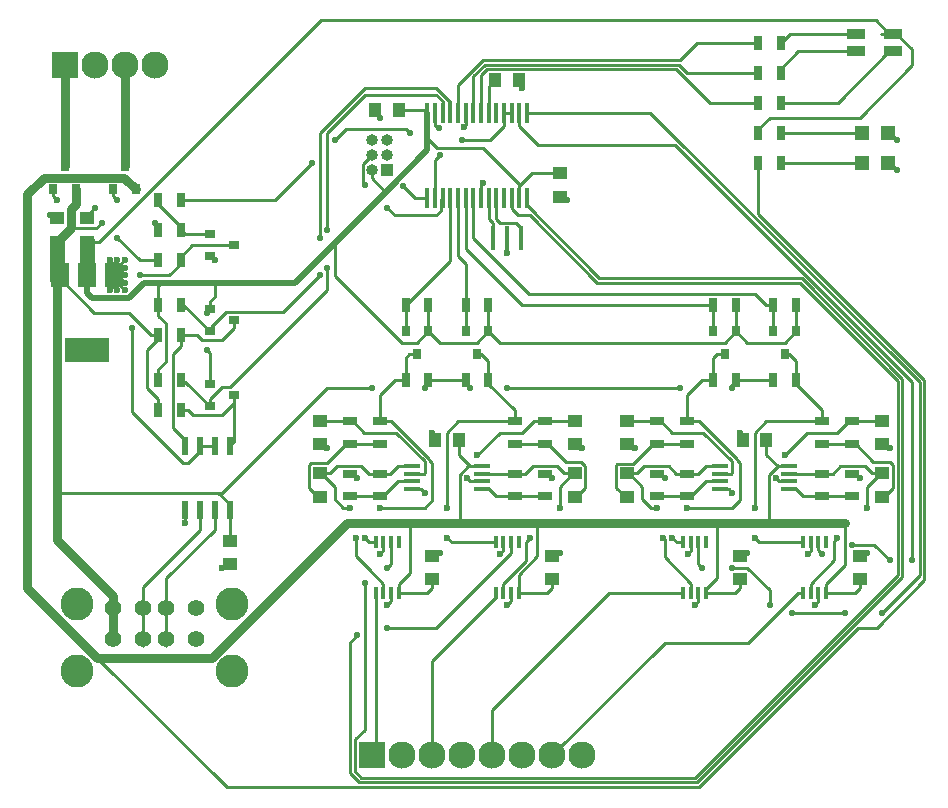
<source format=gtl>
G04 #@! TF.FileFunction,Copper,L1,Top,Signal*
%FSLAX46Y46*%
G04 Gerber Fmt 4.6, Leading zero omitted, Abs format (unit mm)*
G04 Created by KiCad (PCBNEW 4.0.7) date Sat Dec  2 17:24:25 2017*
%MOMM*%
%LPD*%
G01*
G04 APERTURE LIST*
%ADD10C,0.127000*%
%ADD11R,0.700000X1.300000*%
%ADD12R,0.900000X0.800000*%
%ADD13R,1.250000X1.000000*%
%ADD14R,1.000000X1.250000*%
%ADD15R,1.200000X1.200000*%
%ADD16R,0.450000X1.750000*%
%ADD17R,2.300000X2.300000*%
%ADD18C,2.300000*%
%ADD19R,0.800000X0.900000*%
%ADD20R,1.300000X0.700000*%
%ADD21R,1.450000X0.450000*%
%ADD22R,0.400000X1.100000*%
%ADD23R,1.500000X0.900000*%
%ADD24C,1.420000*%
%ADD25C,2.800000*%
%ADD26R,0.600000X1.550000*%
%ADD27R,3.800000X2.000000*%
%ADD28R,1.500000X2.000000*%
%ADD29R,0.400000X2.000000*%
%ADD30R,1.000000X1.000000*%
%ADD31O,1.000000X1.000000*%
%ADD32C,0.596900*%
%ADD33C,0.600000*%
%ADD34C,0.254000*%
%ADD35C,0.762000*%
%ADD36C,0.508000*%
G04 APERTURE END LIST*
D10*
D11*
X61910000Y45085000D03*
X60010000Y45085000D03*
X13020000Y48895000D03*
X14920000Y48895000D03*
X14920000Y51435000D03*
X13020000Y51435000D03*
X13020000Y53975000D03*
X14920000Y53975000D03*
D12*
X17415000Y51115000D03*
X17415000Y49215000D03*
X19415000Y50165000D03*
D13*
X46990000Y56245000D03*
X46990000Y54245000D03*
D14*
X33385000Y61595000D03*
X31385000Y61595000D03*
X38465000Y33655000D03*
X36465000Y33655000D03*
X41545000Y64135000D03*
X43545000Y64135000D03*
D13*
X26670000Y35290000D03*
X26670000Y33290000D03*
X48260000Y35290000D03*
X48260000Y33290000D03*
X26670000Y28845000D03*
X26670000Y30845000D03*
X48260000Y28845000D03*
X48260000Y30845000D03*
D14*
X64500000Y33655000D03*
X62500000Y33655000D03*
D13*
X4445000Y50435000D03*
X4445000Y52435000D03*
X52705000Y35290000D03*
X52705000Y33290000D03*
X74295000Y35290000D03*
X74295000Y33290000D03*
X52705000Y28845000D03*
X52705000Y30845000D03*
X74295000Y28845000D03*
X74295000Y30845000D03*
X36195000Y21860000D03*
X36195000Y23860000D03*
X46355000Y21860000D03*
X46355000Y23860000D03*
X62230000Y21860000D03*
X62230000Y23860000D03*
X72390000Y21860000D03*
X72390000Y23860000D03*
X6985000Y50435000D03*
X6985000Y52435000D03*
X19050000Y25130000D03*
X19050000Y23130000D03*
D15*
X72560000Y59690000D03*
X74760000Y59690000D03*
X72560000Y57150000D03*
X74760000Y57150000D03*
D16*
X35780000Y54185000D03*
X36430000Y54185000D03*
X37080000Y54185000D03*
X37730000Y54185000D03*
X38380000Y54185000D03*
X39030000Y54185000D03*
X39680000Y54185000D03*
X40330000Y54185000D03*
X40980000Y54185000D03*
X41630000Y54185000D03*
X42280000Y54185000D03*
X42930000Y54185000D03*
X43580000Y54185000D03*
X44230000Y54185000D03*
X44230000Y61385000D03*
X43580000Y61385000D03*
X42930000Y61385000D03*
X42280000Y61385000D03*
X41630000Y61385000D03*
X40980000Y61385000D03*
X40330000Y61385000D03*
X39680000Y61385000D03*
X39030000Y61385000D03*
X38380000Y61385000D03*
X37730000Y61385000D03*
X37080000Y61385000D03*
X36430000Y61385000D03*
X35780000Y61385000D03*
D17*
X31115000Y6985000D03*
D18*
X33655000Y6985000D03*
X36195000Y6985000D03*
X38735000Y6985000D03*
X41275000Y6985000D03*
X43815000Y6985000D03*
X46355000Y6985000D03*
X48895000Y6985000D03*
D17*
X5080000Y65405000D03*
D18*
X7620000Y65405000D03*
X10160000Y65405000D03*
X12700000Y65405000D03*
D19*
X4130000Y54880000D03*
X6030000Y54880000D03*
X5080000Y56880000D03*
X9210000Y54880000D03*
X11110000Y54880000D03*
X10160000Y56880000D03*
X35875000Y42910000D03*
X33975000Y42910000D03*
X34925000Y40910000D03*
X61910000Y42910000D03*
X60010000Y42910000D03*
X60960000Y40910000D03*
X40955000Y42910000D03*
X39055000Y42910000D03*
X40005000Y40910000D03*
X66990000Y42910000D03*
X65090000Y42910000D03*
X66040000Y40910000D03*
D12*
X17415000Y44765000D03*
X17415000Y42865000D03*
X19415000Y43815000D03*
X17415000Y38415000D03*
X17415000Y36515000D03*
X19415000Y37465000D03*
D20*
X31750000Y28895000D03*
X31750000Y30795000D03*
X29210000Y28895000D03*
X29210000Y30795000D03*
X43180000Y28895000D03*
X43180000Y30795000D03*
X45720000Y28895000D03*
X45720000Y30795000D03*
X31750000Y35240000D03*
X31750000Y33340000D03*
X29210000Y33340000D03*
X29210000Y35240000D03*
X43180000Y35240000D03*
X43180000Y33340000D03*
X45720000Y33340000D03*
X45720000Y35240000D03*
X57785000Y28895000D03*
X57785000Y30795000D03*
X55245000Y28895000D03*
X55245000Y30795000D03*
X69215000Y28895000D03*
X69215000Y30795000D03*
X71755000Y28895000D03*
X71755000Y30795000D03*
X57785000Y35240000D03*
X57785000Y33340000D03*
X55245000Y33340000D03*
X55245000Y35240000D03*
X69215000Y35240000D03*
X69215000Y33340000D03*
X71755000Y33340000D03*
X71755000Y35240000D03*
D11*
X65720000Y64770000D03*
X63820000Y64770000D03*
X65720000Y62230000D03*
X63820000Y62230000D03*
X65720000Y67310000D03*
X63820000Y67310000D03*
X63820000Y59690000D03*
X65720000Y59690000D03*
X63820000Y57150000D03*
X65720000Y57150000D03*
X35875000Y45085000D03*
X33975000Y45085000D03*
X35875000Y38735000D03*
X33975000Y38735000D03*
X61910000Y38735000D03*
X60010000Y38735000D03*
X40955000Y45085000D03*
X39055000Y45085000D03*
X66990000Y45085000D03*
X65090000Y45085000D03*
X13020000Y45085000D03*
X14920000Y45085000D03*
X13020000Y38735000D03*
X14920000Y38735000D03*
X39055000Y38735000D03*
X40955000Y38735000D03*
X65090000Y38735000D03*
X66990000Y38735000D03*
X13020000Y42545000D03*
X14920000Y42545000D03*
X13020000Y36195000D03*
X14920000Y36195000D03*
D21*
X34515000Y31455000D03*
X34515000Y30805000D03*
X34515000Y30155000D03*
X34515000Y29505000D03*
X40415000Y29505000D03*
X40415000Y30155000D03*
X40415000Y30805000D03*
X40415000Y31455000D03*
X60550000Y31455000D03*
X60550000Y30805000D03*
X60550000Y30155000D03*
X60550000Y29505000D03*
X66450000Y29505000D03*
X66450000Y30155000D03*
X66450000Y30805000D03*
X66450000Y31455000D03*
D22*
X31410000Y20710000D03*
X32060000Y20710000D03*
X32710000Y20710000D03*
X33360000Y20710000D03*
X33360000Y25010000D03*
X32710000Y25010000D03*
X32060000Y25010000D03*
X31410000Y25010000D03*
X57445000Y20710000D03*
X58095000Y20710000D03*
X58745000Y20710000D03*
X59395000Y20710000D03*
X59395000Y25010000D03*
X58745000Y25010000D03*
X58095000Y25010000D03*
X57445000Y25010000D03*
X41570000Y20710000D03*
X42220000Y20710000D03*
X42870000Y20710000D03*
X43520000Y20710000D03*
X43520000Y25010000D03*
X42870000Y25010000D03*
X42220000Y25010000D03*
X41570000Y25010000D03*
X67605000Y20710000D03*
X68255000Y20710000D03*
X68905000Y20710000D03*
X69555000Y20710000D03*
X69555000Y25010000D03*
X68905000Y25010000D03*
X68255000Y25010000D03*
X67605000Y25010000D03*
D23*
X75210000Y66560000D03*
X75210000Y68060000D03*
X72110000Y68060000D03*
X72110000Y66560000D03*
D24*
X9200000Y19440005D03*
X11700000Y19440005D03*
X13700000Y19440005D03*
X16200000Y19440005D03*
X9200000Y16820005D03*
X11700000Y16820005D03*
X13700000Y16820005D03*
X16200000Y16820005D03*
D25*
X19270000Y14110005D03*
X19270000Y19790005D03*
X6130000Y19790005D03*
X6130000Y14110005D03*
D26*
X19050000Y33180000D03*
X17780000Y33180000D03*
X16510000Y33180000D03*
X15240000Y33180000D03*
X15240000Y27780000D03*
X16510000Y27780000D03*
X17780000Y27780000D03*
X19050000Y27780000D03*
D27*
X6985000Y41300000D03*
D28*
X6985000Y47600000D03*
X4685000Y47600000D03*
X9285000Y47600000D03*
D29*
X42545000Y50800000D03*
X41345000Y50800000D03*
X43745000Y50800000D03*
D30*
X32385000Y56515000D03*
D31*
X31115000Y56515000D03*
X32385000Y57785000D03*
X31115000Y57785000D03*
X32385000Y59055000D03*
X31115000Y59055000D03*
D32*
X9525000Y50800000D03*
X8255000Y52070000D03*
X31115000Y38100000D03*
X35560000Y38100000D03*
X61595000Y38100000D03*
X57150000Y38100000D03*
X42545000Y38100000D03*
X39370000Y38100000D03*
X7620000Y53340000D03*
X3810000Y52705000D03*
X31750000Y60960000D03*
X75565000Y56515000D03*
X75565000Y59055000D03*
X55880000Y30480000D03*
X36794623Y60063209D03*
X9525000Y53975000D03*
X12700000Y52070000D03*
D33*
X38865106Y60139849D03*
X43815000Y63500000D03*
X47625000Y53975000D03*
X74930000Y33020000D03*
X72390000Y30480000D03*
X61595000Y29210000D03*
X35560000Y29210000D03*
X62230000Y34290000D03*
X53340000Y33020000D03*
X27305000Y33020000D03*
X29845000Y30480000D03*
X46355000Y30480000D03*
X48895000Y33020000D03*
X36195000Y34290000D03*
X32385000Y19685000D03*
X57821685Y24043527D03*
X58420000Y19685000D03*
X67981685Y24043527D03*
X68580000Y19685000D03*
X73025000Y24130000D03*
X62865000Y24130000D03*
X36830000Y24130000D03*
X46990000Y24130000D03*
X31786685Y24043527D03*
X41946685Y24043527D03*
X42545000Y19685000D03*
X10160000Y48260000D03*
X10160000Y47625000D03*
X10160000Y46990000D03*
X10160000Y46355000D03*
X9525000Y46355000D03*
X8890000Y46355000D03*
X8890000Y48895000D03*
X10160000Y48895000D03*
X9525000Y48895000D03*
X40516162Y55444218D03*
X42545000Y49530000D03*
X17780000Y48895000D03*
X4445000Y53975000D03*
X18415000Y22860000D03*
X15240000Y26670000D03*
D32*
X33749166Y55150834D03*
X36830000Y57785000D03*
X32385000Y53340000D03*
X30480000Y55245000D03*
X17145000Y44450000D03*
X17145000Y41275000D03*
X26035000Y57150000D03*
X27940000Y59055000D03*
X34290000Y59690000D03*
X38735000Y59055000D03*
X26670000Y47625000D03*
X26670000Y50800000D03*
X27305000Y48260000D03*
X27305000Y51435000D03*
X11430000Y47625000D03*
X10795000Y43180000D03*
D33*
X39133026Y30457974D03*
X40005000Y32385000D03*
X29210000Y27940000D03*
X29727597Y25400000D03*
X46990000Y27940000D03*
X44450000Y25400000D03*
X66040000Y32385000D03*
X65293192Y30445060D03*
X55245000Y27940000D03*
X55762597Y25400000D03*
X73025000Y27940000D03*
X70485000Y25400000D03*
D32*
X30480000Y21590000D03*
X32385000Y22860000D03*
X29845000Y17145000D03*
X32385000Y17780000D03*
X59055000Y22860000D03*
X61595000Y22860000D03*
X64770000Y19685000D03*
X66675000Y19050000D03*
X71120000Y19050000D03*
X74295000Y19050000D03*
X76835000Y23495000D03*
X69178920Y24044953D03*
X71753872Y24810715D03*
X74930000Y23495000D03*
D33*
X31750000Y27940000D03*
X30480000Y25400000D03*
X57785000Y27940000D03*
X56515000Y25400000D03*
X37465000Y27940000D03*
X37465000Y25400000D03*
X63500000Y27940000D03*
X63500000Y25400000D03*
D34*
X10511000Y44450000D02*
X12416000Y42545000D01*
X31115000Y38100000D02*
X27305000Y38100000D01*
X18415000Y29210000D02*
X27305000Y38100000D01*
X18095000Y29210000D02*
X18415000Y29210000D01*
D35*
X4445000Y29210000D02*
X4445000Y47360000D01*
X4445000Y25199096D02*
X4445000Y29210000D01*
D34*
X4445000Y29210000D02*
X18095000Y29210000D01*
X18095000Y29210000D02*
X19050000Y28255000D01*
X19050000Y28255000D02*
X19050000Y27780000D01*
D35*
X9200000Y19440005D02*
X9200000Y20444096D01*
X9200000Y20444096D02*
X4445000Y25199096D01*
X4445000Y47360000D02*
X4685000Y47600000D01*
X9200000Y16820005D02*
X9200000Y19440005D01*
D34*
X9525000Y50800000D02*
X11430000Y48895000D01*
X11430000Y48895000D02*
X13020000Y48895000D01*
X5603401Y51593401D02*
X7778401Y51593401D01*
X7778401Y51593401D02*
X8255000Y52070000D01*
X35875000Y38735000D02*
X35875000Y38415000D01*
X35875000Y38415000D02*
X35560000Y38100000D01*
X61595000Y38100000D02*
X61595000Y38420000D01*
X61595000Y38420000D02*
X61910000Y38735000D01*
X42545000Y38100000D02*
X57150000Y38100000D01*
X39055000Y38735000D02*
X39055000Y38415000D01*
X39055000Y38415000D02*
X39370000Y38100000D01*
X35875000Y38735000D02*
X39055000Y38735000D01*
X61910000Y38735000D02*
X65090000Y38735000D01*
X7585000Y44450000D02*
X10511000Y44450000D01*
X4685000Y47350000D02*
X7585000Y44450000D01*
X12065000Y41290000D02*
X12065000Y38054000D01*
X12065000Y38054000D02*
X13020000Y37099000D01*
X13020000Y37099000D02*
X13020000Y36195000D01*
X13020000Y42545000D02*
X13020000Y42245000D01*
X13020000Y42245000D02*
X12065000Y41290000D01*
X4685000Y47600000D02*
X4685000Y47350000D01*
X12416000Y42545000D02*
X13020000Y42545000D01*
D35*
X6030000Y54880000D02*
X6030000Y53668000D01*
X5603401Y53241401D02*
X5603401Y51593401D01*
X6030000Y53668000D02*
X5603401Y53241401D01*
X5603401Y51593401D02*
X4445000Y50435000D01*
D34*
X19050000Y25130000D02*
X19050000Y27780000D01*
X6985000Y52435000D02*
X6985000Y52705000D01*
X6985000Y52705000D02*
X7620000Y53340000D01*
X4445000Y52435000D02*
X4080000Y52435000D01*
X4080000Y52435000D02*
X3810000Y52705000D01*
X31385000Y61595000D02*
X31385000Y61325000D01*
X31385000Y61325000D02*
X31750000Y60960000D01*
X74760000Y57150000D02*
X74930000Y57150000D01*
X74930000Y57150000D02*
X75565000Y56515000D01*
X74760000Y59690000D02*
X74930000Y59690000D01*
X74930000Y59690000D02*
X75565000Y59055000D01*
X55565000Y30795000D02*
X55880000Y30480000D01*
X55245000Y30795000D02*
X55565000Y30795000D01*
X36430000Y60256000D02*
X36601832Y60256000D01*
X36601832Y60256000D02*
X36794623Y60063209D01*
X9210000Y54880000D02*
X9210000Y54290000D01*
X9210000Y54290000D02*
X9525000Y53975000D01*
X13020000Y51435000D02*
X13020000Y51750000D01*
X13020000Y51750000D02*
X12700000Y52070000D01*
X36430000Y61385000D02*
X36430000Y60256000D01*
X39030000Y61385000D02*
X39030000Y60304743D01*
X39030000Y60304743D02*
X38865106Y60139849D01*
X43545000Y64135000D02*
X43545000Y63770000D01*
X43545000Y63770000D02*
X43815000Y63500000D01*
X46990000Y54245000D02*
X47355000Y54245000D01*
X47355000Y54245000D02*
X47625000Y53975000D01*
X74295000Y33290000D02*
X74660000Y33290000D01*
X74660000Y33290000D02*
X74930000Y33020000D01*
X71755000Y30795000D02*
X72075000Y30795000D01*
X72075000Y30795000D02*
X72390000Y30480000D01*
X60550000Y29505000D02*
X61300000Y29505000D01*
X61300000Y29505000D02*
X61595000Y29210000D01*
X34515000Y29505000D02*
X35265000Y29505000D01*
X35265000Y29505000D02*
X35560000Y29210000D01*
X62500000Y33655000D02*
X62500000Y34020000D01*
X62500000Y34020000D02*
X62230000Y34290000D01*
X52705000Y33290000D02*
X53070000Y33290000D01*
X53070000Y33290000D02*
X53340000Y33020000D01*
X27035000Y33290000D02*
X27305000Y33020000D01*
X26670000Y33290000D02*
X27035000Y33290000D01*
X29210000Y30795000D02*
X29530000Y30795000D01*
X29530000Y30795000D02*
X29845000Y30480000D01*
X45720000Y30795000D02*
X46040000Y30795000D01*
X46040000Y30795000D02*
X46355000Y30480000D01*
X48260000Y33290000D02*
X48625000Y33290000D01*
X48625000Y33290000D02*
X48895000Y33020000D01*
X36465000Y33655000D02*
X36465000Y34020000D01*
X36465000Y34020000D02*
X36195000Y34290000D01*
X32710000Y20710000D02*
X32710000Y20010000D01*
X32710000Y20010000D02*
X32385000Y19685000D01*
X58095000Y25010000D02*
X58095000Y24316842D01*
X58095000Y24316842D02*
X57821685Y24043527D01*
X58745000Y20710000D02*
X58745000Y20010000D01*
X58745000Y20010000D02*
X58420000Y19685000D01*
X68255000Y25010000D02*
X68255000Y24316842D01*
X68255000Y24316842D02*
X67981685Y24043527D01*
X68905000Y20710000D02*
X68905000Y20010000D01*
X68905000Y20010000D02*
X68580000Y19685000D01*
X72390000Y23860000D02*
X72755000Y23860000D01*
X72755000Y23860000D02*
X73025000Y24130000D01*
X62230000Y23860000D02*
X62595000Y23860000D01*
X62595000Y23860000D02*
X62865000Y24130000D01*
X36195000Y23860000D02*
X36560000Y23860000D01*
X36560000Y23860000D02*
X36830000Y24130000D01*
X46355000Y23860000D02*
X46720000Y23860000D01*
X46720000Y23860000D02*
X46990000Y24130000D01*
X32060000Y24326679D02*
X32060000Y24316842D01*
X32060000Y24316842D02*
X31786685Y24043527D01*
X42220000Y24326679D02*
X42220000Y24316842D01*
X42220000Y24316842D02*
X41946685Y24043527D01*
X42220000Y25010000D02*
X42220000Y24326679D01*
X42870000Y20710000D02*
X42870000Y20010000D01*
X42870000Y20010000D02*
X42545000Y19685000D01*
X32060000Y25010000D02*
X32060000Y24326679D01*
X9285000Y47600000D02*
X9500000Y47600000D01*
X9500000Y47600000D02*
X10160000Y48260000D01*
X9285000Y47600000D02*
X10135000Y47600000D01*
X10135000Y47600000D02*
X10160000Y47625000D01*
X9285000Y47600000D02*
X9550000Y47600000D01*
X9550000Y47600000D02*
X10160000Y46990000D01*
X9285000Y47600000D02*
X9285000Y47230000D01*
X9285000Y47230000D02*
X10160000Y46355000D01*
X9285000Y47600000D02*
X9285000Y46595000D01*
X9285000Y46595000D02*
X9525000Y46355000D01*
X9285000Y47600000D02*
X9285000Y46750000D01*
X9285000Y46750000D02*
X8890000Y46355000D01*
X9285000Y47600000D02*
X9285000Y48500000D01*
X9285000Y48500000D02*
X8890000Y48895000D01*
X9285000Y47600000D02*
X9285000Y48020000D01*
X9285000Y48020000D02*
X10160000Y48895000D01*
X9285000Y47600000D02*
X9285000Y48655000D01*
X9285000Y48655000D02*
X9525000Y48895000D01*
X40330000Y54185000D02*
X40330000Y55258056D01*
X40330000Y55258056D02*
X40516162Y55444218D01*
X42545000Y50800000D02*
X42545000Y49530000D01*
X13020000Y51435000D02*
X13020000Y51120000D01*
X17460000Y49215000D02*
X17780000Y48895000D01*
X17415000Y49215000D02*
X17460000Y49215000D01*
X4130000Y54880000D02*
X4130000Y54290000D01*
X4130000Y54290000D02*
X4445000Y53975000D01*
X19050000Y23130000D02*
X18685000Y23130000D01*
X18685000Y23130000D02*
X18415000Y22860000D01*
X15240000Y27780000D02*
X15240000Y26670000D01*
X26960000Y33290000D02*
X26670000Y33290000D01*
X75210000Y66560000D02*
X74910000Y66560000D01*
X74910000Y66560000D02*
X70580000Y62230000D01*
X70580000Y62230000D02*
X66324000Y62230000D01*
X66324000Y62230000D02*
X65720000Y62230000D01*
X72110000Y68060000D02*
X66470000Y68060000D01*
X66470000Y68060000D02*
X65720000Y67310000D01*
X72110000Y66560000D02*
X67210000Y66560000D01*
X67210000Y66560000D02*
X65720000Y65070000D01*
X65720000Y65070000D02*
X65720000Y64770000D01*
X33749166Y55150834D02*
X34715000Y54185000D01*
X34715000Y54185000D02*
X35780000Y54185000D01*
X14920000Y36195000D02*
X15524000Y36195000D01*
X15524000Y36195000D02*
X15934201Y35784799D01*
X15934201Y35784799D02*
X18388799Y35784799D01*
X18388799Y35784799D02*
X19415000Y36811000D01*
X19415000Y36811000D02*
X19415000Y37465000D01*
X19415000Y37465000D02*
X19415000Y33545000D01*
X19415000Y33545000D02*
X19050000Y33180000D01*
X14920000Y42545000D02*
X16290638Y42545000D01*
X19415000Y43161000D02*
X19415000Y43815000D01*
X16290638Y42545000D02*
X16700839Y42134799D01*
X16700839Y42134799D02*
X18388799Y42134799D01*
X18388799Y42134799D02*
X19415000Y43161000D01*
X15240000Y33180000D02*
X15240000Y33655000D01*
X15240000Y33655000D02*
X14239799Y34655201D01*
X14239799Y40960799D02*
X14920000Y41641000D01*
X14239799Y34655201D02*
X14239799Y40960799D01*
X14920000Y41641000D02*
X14920000Y42545000D01*
X36430000Y55314000D02*
X36430000Y57385000D01*
X36430000Y57385000D02*
X36830000Y57785000D01*
X36430000Y54185000D02*
X36430000Y55314000D01*
X36934401Y53086479D02*
X36934401Y54039401D01*
X36934401Y54039401D02*
X37080000Y54185000D01*
X33020000Y52705000D02*
X36552922Y52705000D01*
X36552922Y52705000D02*
X36934401Y53086479D01*
X32385000Y53340000D02*
X33020000Y52705000D01*
X31115000Y57785000D02*
X30335599Y57005599D01*
X30335599Y57005599D02*
X30335599Y55389401D01*
X30335599Y55389401D02*
X30480000Y55245000D01*
D35*
X5080000Y65405000D02*
X5080000Y56880000D01*
D36*
X27940000Y50338478D02*
X32385000Y54783478D01*
X32385000Y54783478D02*
X35780000Y58178478D01*
D34*
X31115000Y56515000D02*
X31115000Y55807894D01*
X31115000Y55807894D02*
X32139416Y54783478D01*
X32139416Y54783478D02*
X32385000Y54783478D01*
D36*
X24591522Y46990000D02*
X27940000Y50338478D01*
D34*
X35875000Y42860000D02*
X34925000Y41910000D01*
X34925000Y41910000D02*
X33622078Y41910000D01*
X33622078Y41910000D02*
X27940000Y47592078D01*
X27940000Y47592078D02*
X27940000Y50338478D01*
X6985000Y50435000D02*
X8017922Y50435000D01*
X26797922Y69215000D02*
X73755000Y69215000D01*
X8017922Y50435000D02*
X26797922Y69215000D01*
X73755000Y69215000D02*
X74910000Y68060000D01*
X74910000Y68060000D02*
X75210000Y68060000D01*
D36*
X11840474Y46990000D02*
X13335000Y46990000D01*
X13335000Y46990000D02*
X17780000Y46990000D01*
D34*
X13020000Y45085000D02*
X13020000Y46675000D01*
X13020000Y46675000D02*
X13335000Y46990000D01*
X17415000Y45419000D02*
X17780000Y45784000D01*
D36*
X17780000Y46990000D02*
X24591522Y46990000D01*
D34*
X17780000Y45784000D02*
X17780000Y46990000D01*
X17415000Y44765000D02*
X17415000Y45419000D01*
X17145000Y44450000D02*
X17145000Y44495000D01*
X17145000Y44495000D02*
X17415000Y44765000D01*
X17415000Y38415000D02*
X17415000Y41005000D01*
X17415000Y41005000D02*
X17145000Y41275000D01*
X13020000Y38735000D02*
X13020000Y39639000D01*
X13020000Y39639000D02*
X13649401Y40268401D01*
X13649401Y40268401D02*
X13649401Y43551599D01*
X13020000Y44181000D02*
X13020000Y45085000D01*
X13649401Y43551599D02*
X13020000Y44181000D01*
X33385000Y61595000D02*
X35570000Y61595000D01*
X35570000Y61595000D02*
X35780000Y61385000D01*
D36*
X6985000Y47600000D02*
X6985000Y46092000D01*
X6985000Y46092000D02*
X7428401Y45648599D01*
X7428401Y45648599D02*
X10499073Y45648599D01*
X10499073Y45648599D02*
X11840474Y46990000D01*
X35780000Y58178478D02*
X35780000Y59275000D01*
D34*
X36635000Y58420000D02*
X40474000Y58420000D01*
X40474000Y58420000D02*
X43580000Y55314000D01*
X43580000Y55314000D02*
X43580000Y54185000D01*
X35780000Y59275000D02*
X36635000Y58420000D01*
X43580000Y54185000D02*
X43580000Y55137922D01*
X43580000Y55137922D02*
X44687078Y56245000D01*
X46111000Y56245000D02*
X46990000Y56245000D01*
X44687078Y56245000D02*
X46111000Y56245000D01*
X61910000Y42910000D02*
X61910000Y42865000D01*
X61910000Y42865000D02*
X62865000Y41910000D01*
X62865000Y41910000D02*
X66040000Y41910000D01*
X66040000Y41910000D02*
X66990000Y42860000D01*
X66990000Y42860000D02*
X66990000Y42910000D01*
X40955000Y42860000D02*
X40005000Y41910000D01*
X40005000Y41910000D02*
X36825000Y41910000D01*
X36825000Y41910000D02*
X35875000Y42860000D01*
X35875000Y42860000D02*
X35875000Y42910000D01*
X61910000Y42910000D02*
X61910000Y42860000D01*
X61910000Y42860000D02*
X60960000Y41910000D01*
X60960000Y41910000D02*
X41905000Y41910000D01*
X41905000Y41910000D02*
X40955000Y42860000D01*
X40955000Y42860000D02*
X40955000Y42910000D01*
X66990000Y42910000D02*
X66990000Y45085000D01*
X61910000Y42910000D02*
X61910000Y45085000D01*
X40955000Y42910000D02*
X40955000Y45085000D01*
X35875000Y42910000D02*
X35875000Y45085000D01*
D36*
X35780000Y59275000D02*
X35780000Y61385000D01*
D34*
X76835000Y65405000D02*
X76835000Y66735000D01*
X76835000Y66735000D02*
X75510000Y68060000D01*
X75510000Y68060000D02*
X75210000Y68060000D01*
X72390000Y60960000D02*
X76835000Y65405000D01*
X64790000Y60960000D02*
X72390000Y60960000D01*
X63820000Y59690000D02*
X63820000Y59990000D01*
X63820000Y59990000D02*
X64790000Y60960000D01*
X6985000Y50435000D02*
X6860000Y50435000D01*
X74206000Y68060000D02*
X75210000Y68060000D01*
D36*
X35780000Y61385000D02*
X35780000Y60002000D01*
X6985000Y47600000D02*
X6985000Y46990000D01*
D34*
X17415000Y38415000D02*
X17415000Y38465000D01*
X65720000Y59690000D02*
X72610980Y59690000D01*
X40484799Y65852221D02*
X57150000Y65852221D01*
X63820000Y67310000D02*
X58607779Y67310000D01*
X58607779Y67310000D02*
X57150000Y65852221D01*
X38380000Y63747422D02*
X40484799Y65852221D01*
X38380000Y61385000D02*
X38380000Y63747422D01*
X40653139Y65445811D02*
X57109189Y65445811D01*
X57109189Y65445811D02*
X57785000Y64770000D01*
X39680000Y64472672D02*
X40653139Y65445811D01*
X39680000Y61385000D02*
X39680000Y64472672D01*
X57785000Y64770000D02*
X63820000Y64770000D01*
X57150000Y64770000D02*
X59690000Y62230000D01*
X40330000Y64547922D02*
X40821479Y65039401D01*
X40821479Y65039401D02*
X56880599Y65039401D01*
X56880599Y65039401D02*
X57150000Y64770000D01*
X59690000Y62230000D02*
X63820000Y62230000D01*
X40330000Y61385000D02*
X40330000Y64547922D01*
X26035000Y57150000D02*
X22860000Y53975000D01*
X28873449Y59988449D02*
X27940000Y59055000D01*
X34290000Y59690000D02*
X33991551Y59988449D01*
X33991551Y59988449D02*
X28873449Y59988449D01*
X42280000Y61385000D02*
X42280000Y60256000D01*
X42280000Y60256000D02*
X41079000Y59055000D01*
X41079000Y59055000D02*
X38735000Y59055000D01*
X22860000Y53975000D02*
X14920000Y53975000D01*
X42280000Y61385000D02*
X42930000Y61385000D01*
X17415000Y42865000D02*
X17465000Y42865000D01*
X17465000Y42865000D02*
X17465000Y43217922D01*
X17465000Y43217922D02*
X18741479Y44494401D01*
X18741479Y44494401D02*
X23539401Y44494401D01*
X23539401Y44494401D02*
X26670000Y47625000D01*
X36492672Y63500000D02*
X30540250Y63500000D01*
X30540250Y63500000D02*
X26670000Y59629750D01*
X26670000Y59629750D02*
X26670000Y50800000D01*
X37730000Y62337922D02*
X37654750Y62337922D01*
X37654750Y62337922D02*
X36492672Y63500000D01*
X37730000Y61385000D02*
X37730000Y62337922D01*
X17415000Y42865000D02*
X17365000Y42865000D01*
X17365000Y42865000D02*
X15145000Y45085000D01*
X15145000Y45085000D02*
X14920000Y45085000D01*
X27305000Y48260000D02*
X27305000Y46355000D01*
X27305000Y46355000D02*
X19094401Y38144401D01*
X18390401Y38144401D02*
X17415000Y37169000D01*
X19094401Y38144401D02*
X18390401Y38144401D01*
X17415000Y37169000D02*
X17415000Y36515000D01*
X27305000Y59690000D02*
X27305000Y51435000D01*
X30480000Y62865000D02*
X27305000Y59690000D01*
X36552922Y62865000D02*
X30480000Y62865000D01*
X37080000Y62337922D02*
X36552922Y62865000D01*
X37080000Y61385000D02*
X37080000Y62337922D01*
X17415000Y36515000D02*
X17365000Y36515000D01*
X17365000Y36515000D02*
X15272000Y38608000D01*
X15272000Y38608000D02*
X14920000Y38608000D01*
X11700000Y18805005D02*
X11700000Y21225000D01*
X16510000Y26035000D02*
X16510000Y27780000D01*
X11700000Y21225000D02*
X16510000Y26035000D01*
X11700000Y16185005D02*
X11700000Y18805005D01*
X13700000Y18805005D02*
X13700000Y21955000D01*
X17780000Y26035000D02*
X17780000Y27780000D01*
X13700000Y21955000D02*
X17780000Y26035000D01*
X13700000Y18805005D02*
X13700000Y16185005D01*
X11430000Y47625000D02*
X13950000Y47625000D01*
X13950000Y47625000D02*
X14920000Y48595000D01*
X14920000Y48595000D02*
X14920000Y48895000D01*
X15555000Y31750000D02*
X15092078Y31750000D01*
X15092078Y31750000D02*
X10795000Y36047078D01*
X10795000Y36047078D02*
X10795000Y43180000D01*
X16510000Y33180000D02*
X16510000Y32705000D01*
X16510000Y32705000D02*
X15555000Y31750000D01*
X15890000Y50165000D02*
X18711000Y50165000D01*
X14920000Y48895000D02*
X14920000Y49195000D01*
X14920000Y49195000D02*
X15890000Y50165000D01*
X18711000Y50165000D02*
X19415000Y50165000D01*
X17780000Y33180000D02*
X16510000Y33180000D01*
X63820000Y57150000D02*
X63820000Y52778998D01*
X63820000Y52778998D02*
X77876410Y38722588D01*
X77876410Y38722588D02*
X77876410Y21776190D01*
X77876410Y21776190D02*
X73880220Y17780000D01*
X73880220Y17780000D02*
X72269500Y17780000D01*
X58756682Y4267182D02*
X18791389Y4267182D01*
X18791389Y4267182D02*
X7818571Y15240000D01*
X72269500Y17780000D02*
X58756682Y4267182D01*
D35*
X29210000Y26670000D02*
X34290000Y26670000D01*
X7818571Y15240000D02*
X17538561Y15240000D01*
X11110000Y54880000D02*
X10110000Y55880000D01*
X17538561Y15240000D02*
X28968561Y26670000D01*
X10110000Y55880000D02*
X3319878Y55880000D01*
X3319878Y55880000D02*
X1905000Y54465122D01*
X1905000Y54465122D02*
X1905000Y21153571D01*
X1905000Y21153571D02*
X7818571Y15240000D01*
X28968561Y26670000D02*
X29210000Y26670000D01*
D34*
X38553625Y30736087D02*
X38553625Y26851375D01*
X38553625Y26851375D02*
X38735000Y26670000D01*
D35*
X45085000Y26670000D02*
X38735000Y26670000D01*
X38735000Y26670000D02*
X34290000Y26670000D01*
X64770000Y26670000D02*
X71120000Y26670000D01*
D34*
X69555000Y20710000D02*
X69555000Y21514000D01*
X69555000Y21514000D02*
X71120000Y23079000D01*
X71120000Y23079000D02*
X71120000Y26670000D01*
X60325000Y21990000D02*
X60325000Y26670000D01*
X66450000Y31455000D02*
X65471000Y31455000D01*
X65471000Y31455000D02*
X64500000Y32426000D01*
X64500000Y32426000D02*
X64500000Y32776000D01*
X64500000Y32776000D02*
X64500000Y33655000D01*
X66450000Y31455000D02*
X65445618Y31455000D01*
X65445618Y31455000D02*
X64713791Y30723173D01*
X64713791Y30723173D02*
X64713791Y26726209D01*
X64713791Y26726209D02*
X64770000Y26670000D01*
X63820000Y56850000D02*
X63820000Y57150000D01*
D35*
X45085000Y26670000D02*
X60325000Y26670000D01*
D34*
X43520000Y20710000D02*
X43520000Y22239250D01*
X43520000Y22239250D02*
X45085000Y23804250D01*
X45085000Y23804250D02*
X45085000Y26670000D01*
X40415000Y31455000D02*
X39272538Y31455000D01*
X39272538Y31455000D02*
X38553625Y30736087D01*
X38465000Y33655000D02*
X38465000Y32426000D01*
X38465000Y32426000D02*
X39436000Y31455000D01*
X39436000Y31455000D02*
X40415000Y31455000D01*
X69555000Y20710000D02*
X71994000Y20710000D01*
X71994000Y20710000D02*
X72390000Y21106000D01*
X72390000Y21106000D02*
X72390000Y21860000D01*
X59395000Y20710000D02*
X61834000Y20710000D01*
X61834000Y20710000D02*
X62230000Y21106000D01*
X62230000Y21106000D02*
X62230000Y21860000D01*
X59395000Y20710000D02*
X59395000Y21060000D01*
D35*
X60325000Y26670000D02*
X64770000Y26670000D01*
D34*
X59395000Y21060000D02*
X60325000Y21990000D01*
X43520000Y20710000D02*
X45959000Y20710000D01*
X45959000Y20710000D02*
X46355000Y21106000D01*
X46355000Y21106000D02*
X46355000Y21860000D01*
X33360000Y20710000D02*
X33360000Y21514000D01*
X33360000Y21514000D02*
X34290000Y22444000D01*
X34290000Y22444000D02*
X34290000Y26670000D01*
X33360000Y20710000D02*
X35799000Y20710000D01*
X35799000Y20710000D02*
X36195000Y21106000D01*
X36195000Y21106000D02*
X36195000Y21860000D01*
X40980000Y61385000D02*
X40980000Y63570000D01*
X40980000Y63570000D02*
X41545000Y64135000D01*
X35560000Y31862922D02*
X35560000Y30871000D01*
X35560000Y30871000D02*
X35494000Y30805000D01*
X35494000Y30805000D02*
X34515000Y30805000D01*
X30460000Y34290000D02*
X33132922Y34290000D01*
X33132922Y34290000D02*
X35560000Y31862922D01*
X29210000Y35240000D02*
X29510000Y35240000D01*
X29510000Y35240000D02*
X30460000Y34290000D01*
X29210000Y35240000D02*
X26720000Y35240000D01*
X26720000Y35240000D02*
X26670000Y35290000D01*
X43815000Y34290000D02*
X41910000Y34290000D01*
X41910000Y34290000D02*
X40005000Y32385000D01*
X44135599Y34610599D02*
X43815000Y34290000D01*
X44186599Y34610599D02*
X44135599Y34610599D01*
X45720000Y35240000D02*
X48210000Y35240000D01*
X48210000Y35240000D02*
X48260000Y35290000D01*
X44186599Y34610599D02*
X44816000Y35240000D01*
X44816000Y35240000D02*
X45720000Y35240000D01*
X40415000Y30155000D02*
X39436000Y30155000D01*
X39436000Y30155000D02*
X39133026Y30457974D01*
X25947078Y31750000D02*
X25765599Y31568521D01*
X25765599Y31568521D02*
X25765599Y29624401D01*
X25765599Y29624401D02*
X26545000Y28845000D01*
X26545000Y28845000D02*
X26670000Y28845000D01*
X29210000Y33340000D02*
X28895000Y33340000D01*
X28895000Y33340000D02*
X27305000Y31750000D01*
X27305000Y31750000D02*
X25947078Y31750000D01*
X29210000Y33340000D02*
X31750000Y33340000D01*
X26670000Y30845000D02*
X26795000Y30845000D01*
X26795000Y30845000D02*
X27940000Y29700000D01*
X27940000Y29700000D02*
X27940000Y28662078D01*
X27940000Y28662078D02*
X28662078Y27940000D01*
X28662078Y27940000D02*
X29210000Y27940000D01*
X26670000Y30845000D02*
X27549000Y30845000D01*
X27549000Y30845000D02*
X28128401Y31424401D01*
X28128401Y31424401D02*
X30216599Y31424401D01*
X30216599Y31424401D02*
X30846000Y30795000D01*
X30846000Y30795000D02*
X31750000Y30795000D01*
X31450000Y30795000D02*
X31750000Y30795000D01*
X30820599Y22753401D02*
X29727597Y23846403D01*
X29727597Y23846403D02*
X29727597Y25400000D01*
X32060000Y20710000D02*
X32060000Y21514000D01*
X32060000Y21514000D02*
X30820599Y22753401D01*
X31750000Y30795000D02*
X32654000Y30795000D01*
X32654000Y30795000D02*
X33314000Y31455000D01*
X33314000Y31455000D02*
X33536000Y31455000D01*
X33536000Y31455000D02*
X34515000Y31455000D01*
X31700000Y30845000D02*
X31750000Y30795000D01*
X31750000Y30795000D02*
X32050000Y30795000D01*
X48260000Y28845000D02*
X48385000Y28845000D01*
X48385000Y28845000D02*
X49164401Y29624401D01*
X49164401Y29624401D02*
X49164401Y31480599D01*
X49164401Y31480599D02*
X48814190Y31830810D01*
X48814190Y31830810D02*
X47529190Y31830810D01*
X47529190Y31830810D02*
X46020000Y33340000D01*
X46020000Y33340000D02*
X45720000Y33340000D01*
X43180000Y33340000D02*
X45720000Y33340000D01*
X46990000Y27940000D02*
X46990000Y29700000D01*
X46990000Y29700000D02*
X48135000Y30845000D01*
X48135000Y30845000D02*
X48260000Y30845000D01*
X44109401Y23403401D02*
X44109401Y25059401D01*
X44109401Y25059401D02*
X44450000Y25400000D01*
X43180000Y30795000D02*
X44084000Y30795000D01*
X44084000Y30795000D02*
X44713401Y31424401D01*
X44713401Y31424401D02*
X46801599Y31424401D01*
X46801599Y31424401D02*
X47381000Y30845000D01*
X47381000Y30845000D02*
X48260000Y30845000D01*
X42220000Y20710000D02*
X42220000Y21514000D01*
X42220000Y21514000D02*
X44109401Y23403401D01*
X43480000Y30795000D02*
X43180000Y30795000D01*
X43230000Y30845000D02*
X43180000Y30795000D01*
X43180000Y30795000D02*
X40425000Y30795000D01*
X40425000Y30795000D02*
X40415000Y30805000D01*
X55245000Y35240000D02*
X52755000Y35240000D01*
X52755000Y35240000D02*
X52705000Y35290000D01*
X60550000Y30805000D02*
X61529000Y30805000D01*
X61529000Y30805000D02*
X61595000Y30871000D01*
X61595000Y30871000D02*
X61595000Y31862922D01*
X61595000Y31862922D02*
X59167922Y34290000D01*
X59167922Y34290000D02*
X56495000Y34290000D01*
X56495000Y34290000D02*
X55545000Y35240000D01*
X55545000Y35240000D02*
X55245000Y35240000D01*
X71755000Y35240000D02*
X74245000Y35240000D01*
X74245000Y35240000D02*
X74295000Y35290000D01*
X66040000Y32385000D02*
X67945000Y34290000D01*
X67945000Y34290000D02*
X70505000Y34290000D01*
X70505000Y34290000D02*
X71455000Y35240000D01*
X71455000Y35240000D02*
X71755000Y35240000D01*
X66450000Y30155000D02*
X65583252Y30155000D01*
X65583252Y30155000D02*
X65293192Y30445060D01*
X51800599Y31568521D02*
X51800599Y29624401D01*
X52580000Y28845000D02*
X52705000Y28845000D01*
X51800599Y29624401D02*
X52580000Y28845000D01*
X55245000Y33340000D02*
X54930000Y33340000D01*
X54930000Y33340000D02*
X53214401Y31624401D01*
X53214401Y31624401D02*
X51856479Y31624401D01*
X51856479Y31624401D02*
X51800599Y31568521D01*
X55245000Y33340000D02*
X57785000Y33340000D01*
X53975000Y28662078D02*
X53975000Y29700000D01*
X53975000Y29700000D02*
X52830000Y30845000D01*
X52830000Y30845000D02*
X52705000Y30845000D01*
X55245000Y27940000D02*
X54697078Y27940000D01*
X54697078Y27940000D02*
X53975000Y28662078D01*
X55880000Y23729000D02*
X55880000Y25282597D01*
X55880000Y25282597D02*
X55762597Y25400000D01*
X58095000Y20710000D02*
X58095000Y21514000D01*
X58095000Y21514000D02*
X55880000Y23729000D01*
X57785000Y30795000D02*
X58689000Y30795000D01*
X58689000Y30795000D02*
X59349000Y31455000D01*
X59349000Y31455000D02*
X59571000Y31455000D01*
X59571000Y31455000D02*
X60550000Y31455000D01*
X52705000Y30845000D02*
X53584000Y30845000D01*
X53584000Y30845000D02*
X54163401Y31424401D01*
X54163401Y31424401D02*
X56251599Y31424401D01*
X56251599Y31424401D02*
X56881000Y30795000D01*
X56881000Y30795000D02*
X57785000Y30795000D01*
X69215000Y33340000D02*
X71755000Y33340000D01*
X74295000Y28845000D02*
X74420000Y28845000D01*
X74420000Y28845000D02*
X75199401Y29624401D01*
X73564189Y31830811D02*
X72055000Y33340000D01*
X75199401Y29624401D02*
X75199401Y31568521D01*
X75199401Y31568521D02*
X74937111Y31830811D01*
X72055000Y33340000D02*
X71755000Y33340000D01*
X74937111Y31830811D02*
X73564189Y31830811D01*
X73025000Y27940000D02*
X73025000Y29700000D01*
X73025000Y29700000D02*
X74170000Y30845000D01*
X74170000Y30845000D02*
X74295000Y30845000D01*
X70236000Y23495000D02*
X70236000Y25151000D01*
X70236000Y25151000D02*
X70485000Y25400000D01*
X68255000Y20710000D02*
X68255000Y21514000D01*
X68255000Y21514000D02*
X70236000Y23495000D01*
X66450000Y30805000D02*
X69205000Y30805000D01*
X69205000Y30805000D02*
X69215000Y30795000D01*
X69215000Y30795000D02*
X70119000Y30795000D01*
X70119000Y30795000D02*
X70748401Y31424401D01*
X70748401Y31424401D02*
X72836599Y31424401D01*
X72836599Y31424401D02*
X73416000Y30845000D01*
X73416000Y30845000D02*
X74295000Y30845000D01*
X72560000Y57150000D02*
X65720000Y57150000D01*
X37730000Y54185000D02*
X37730000Y48840000D01*
X37730000Y48840000D02*
X33975000Y45085000D01*
X33975000Y42910000D02*
X33975000Y45085000D01*
X37730000Y53056000D02*
X37730000Y54185000D01*
X38380000Y54185000D02*
X38380000Y49250000D01*
X38380000Y49250000D02*
X39055000Y48575000D01*
X39055000Y48575000D02*
X39055000Y46035000D01*
X39055000Y46035000D02*
X39055000Y45085000D01*
X39055000Y42910000D02*
X39055000Y45085000D01*
X43770000Y45085000D02*
X60010000Y45085000D01*
X39030000Y50165000D02*
X39030000Y49825000D01*
X39030000Y49825000D02*
X43770000Y45085000D01*
X39030000Y54185000D02*
X39030000Y50165000D01*
X39030000Y50142078D02*
X39030000Y50165000D01*
X60010000Y42910000D02*
X60010000Y45085000D01*
X44427677Y46014401D02*
X63556599Y46014401D01*
X63556599Y46014401D02*
X64486000Y45085000D01*
X64486000Y45085000D02*
X65090000Y45085000D01*
X65090000Y42910000D02*
X65090000Y45085000D01*
X39680000Y54185000D02*
X39680000Y50762078D01*
X39680000Y50762078D02*
X44427677Y46014401D01*
X41345000Y50800000D02*
X41345000Y52054000D01*
X40980000Y53056000D02*
X40980000Y54185000D01*
X41345000Y52054000D02*
X40980000Y52419000D01*
X40980000Y52419000D02*
X40980000Y53056000D01*
X41919401Y52079401D02*
X41630000Y52368802D01*
X41630000Y52368802D02*
X41630000Y54185000D01*
X43745000Y50800000D02*
X43745000Y51600000D01*
X43745000Y51600000D02*
X43265599Y52079401D01*
X43265599Y52079401D02*
X41919401Y52079401D01*
X50800000Y46990000D02*
X67310000Y46990000D01*
X50165000Y46990000D02*
X50800000Y46990000D01*
X44450000Y52705000D02*
X50165000Y46990000D01*
X43457078Y52705000D02*
X44450000Y52705000D01*
X42930000Y53232078D02*
X43457078Y52705000D01*
X30480000Y16510000D02*
X30480000Y21590000D01*
X30480000Y9152922D02*
X30480000Y16510000D01*
X29685599Y5611479D02*
X29685599Y8358521D01*
X29685599Y8358521D02*
X30480000Y9152922D01*
X42930000Y54185000D02*
X42930000Y53232078D01*
X30217078Y5080000D02*
X29685599Y5611479D01*
X67310000Y46990000D02*
X75605811Y38694189D01*
X75605811Y38694189D02*
X75605811Y22265811D01*
X75605811Y22265811D02*
X58420000Y5080000D01*
X58420000Y5080000D02*
X30217078Y5080000D01*
X32385000Y22860000D02*
X32710000Y23185000D01*
X32710000Y23185000D02*
X32710000Y25010000D01*
X29845000Y17145000D02*
X29210000Y16510000D01*
X29210000Y16510000D02*
X29210000Y5512328D01*
X29210000Y5512328D02*
X30048738Y4673590D01*
X30048738Y4673590D02*
X58588341Y4673591D01*
X58588341Y4673591D02*
X76012221Y22097471D01*
X76012221Y22097471D02*
X76012220Y38862530D01*
X76012220Y38862530D02*
X67478340Y47396410D01*
X67478340Y47396410D02*
X50368590Y47396410D01*
X50368590Y47396410D02*
X44230000Y53535000D01*
X44230000Y53535000D02*
X44230000Y54185000D01*
X36540672Y17780000D02*
X32385000Y17780000D01*
X42870000Y25010000D02*
X42870000Y24109328D01*
X42870000Y24109328D02*
X36540672Y17780000D01*
X59055000Y22860000D02*
X58745000Y23170000D01*
X58745000Y23170000D02*
X58745000Y24440000D01*
X62865000Y22860000D02*
X61595000Y22860000D01*
X64770000Y20955000D02*
X62865000Y22860000D01*
X64770000Y19685000D02*
X64770000Y20955000D01*
X71120000Y19050000D02*
X66675000Y19050000D01*
X74295000Y19050000D02*
X77470000Y22225000D01*
X77470000Y22225000D02*
X77470000Y38554248D01*
X77470000Y38554248D02*
X54639248Y61385000D01*
X54639248Y61385000D02*
X44230000Y61385000D01*
X58745000Y24440000D02*
X58745000Y25010000D01*
X76590071Y38859427D02*
X76835000Y38614498D01*
X76835000Y38614498D02*
X76835000Y23495000D01*
X69178920Y24044953D02*
X68905000Y24318873D01*
X68905000Y24318873D02*
X68905000Y25010000D01*
X74930000Y23495000D02*
X73614285Y24810715D01*
X73614285Y24810715D02*
X71753872Y24810715D01*
X43580000Y61385000D02*
X43580000Y60256000D01*
X43580000Y60256000D02*
X45181000Y58655000D01*
X45181000Y58655000D02*
X56794498Y58655000D01*
X56794498Y58655000D02*
X76590071Y38859427D01*
X31410000Y20710000D02*
X31410000Y7280000D01*
X31410000Y7280000D02*
X31115000Y6985000D01*
X36195000Y14985000D02*
X36195000Y6985000D01*
X41570000Y20710000D02*
X41570000Y20360000D01*
X41570000Y20360000D02*
X36195000Y14985000D01*
X51190000Y20710000D02*
X41275000Y10795000D01*
X41275000Y10795000D02*
X41275000Y6985000D01*
X57445000Y20710000D02*
X51190000Y20710000D01*
X46355000Y6985000D02*
X55880000Y16510000D01*
X55880000Y16510000D02*
X62951000Y16510000D01*
X62951000Y16510000D02*
X67151000Y20710000D01*
X67151000Y20710000D02*
X67605000Y20710000D01*
D35*
X10160000Y65405000D02*
X10160000Y56880000D01*
D34*
X31750000Y27940000D02*
X35560000Y27940000D01*
X35560000Y27940000D02*
X36195000Y28575000D01*
X35966410Y31978590D02*
X35966409Y32031263D01*
X36195000Y28575000D02*
X36195000Y31750000D01*
X36195000Y31750000D02*
X35966410Y31978590D01*
X35966409Y32031263D02*
X32757672Y35240000D01*
X32757672Y35240000D02*
X31750000Y35240000D01*
X33975000Y38735000D02*
X33975000Y40614000D01*
X31750000Y35240000D02*
X31750000Y37465000D01*
X31750000Y37465000D02*
X33020000Y38735000D01*
X33020000Y38735000D02*
X33975000Y38735000D01*
X31410000Y25010000D02*
X30870000Y25010000D01*
X30870000Y25010000D02*
X30480000Y25400000D01*
X33975000Y40614000D02*
X34271000Y40910000D01*
X34271000Y40910000D02*
X34925000Y40910000D01*
X62001409Y32031263D02*
X58792672Y35240000D01*
X58792672Y35240000D02*
X57785000Y35240000D01*
X62230000Y31750000D02*
X62001410Y31978590D01*
X62001410Y31978590D02*
X62001409Y32031263D01*
X62230000Y28575000D02*
X62230000Y31750000D01*
X57785000Y27940000D02*
X61595000Y27940000D01*
X61595000Y27940000D02*
X62230000Y28575000D01*
X57445000Y25010000D02*
X56905000Y25010000D01*
X56905000Y25010000D02*
X56515000Y25400000D01*
X59055000Y38735000D02*
X57785000Y37465000D01*
X57785000Y37465000D02*
X57785000Y35240000D01*
X60010000Y38735000D02*
X59055000Y38735000D01*
X60010000Y38735000D02*
X60010000Y40614000D01*
X60010000Y40614000D02*
X60306000Y40910000D01*
X60306000Y40910000D02*
X60960000Y40910000D01*
X13020000Y53975000D02*
X13020000Y53635000D01*
X13020000Y53635000D02*
X14920000Y51735000D01*
X14920000Y51735000D02*
X14920000Y51435000D01*
X14920000Y51435000D02*
X14920000Y51750000D01*
X15240000Y51115000D02*
X14920000Y51435000D01*
X17415000Y51115000D02*
X15240000Y51115000D01*
X40370000Y40910000D02*
X40955000Y40325000D01*
X40955000Y40325000D02*
X40955000Y38735000D01*
X40005000Y40910000D02*
X40370000Y40910000D01*
X43180000Y35240000D02*
X43180000Y36210000D01*
X43180000Y36210000D02*
X40955000Y38435000D01*
X40955000Y38435000D02*
X40955000Y38735000D01*
X37465000Y27940000D02*
X37465000Y34282922D01*
X37465000Y34282922D02*
X38422078Y35240000D01*
X38422078Y35240000D02*
X42276000Y35240000D01*
X42276000Y35240000D02*
X43180000Y35240000D01*
X41570000Y25010000D02*
X37855000Y25010000D01*
X37855000Y25010000D02*
X37465000Y25400000D01*
X63500000Y27940000D02*
X63500000Y34282922D01*
X63500000Y34282922D02*
X64457078Y35240000D01*
X64457078Y35240000D02*
X68311000Y35240000D01*
X68311000Y35240000D02*
X69215000Y35240000D01*
X67605000Y25010000D02*
X63890000Y25010000D01*
X63890000Y25010000D02*
X63500000Y25400000D01*
X66405000Y40910000D02*
X66990000Y40325000D01*
X66990000Y40325000D02*
X66990000Y38735000D01*
X66040000Y40910000D02*
X66405000Y40910000D01*
X69215000Y35240000D02*
X69215000Y36210000D01*
X69215000Y36210000D02*
X66990000Y38435000D01*
X66990000Y38435000D02*
X66990000Y38735000D01*
X29210000Y28895000D02*
X31750000Y28895000D01*
X31750000Y28895000D02*
X32050000Y28895000D01*
X32050000Y28895000D02*
X33310000Y30155000D01*
X33536000Y30155000D02*
X34515000Y30155000D01*
X33310000Y30155000D02*
X33536000Y30155000D01*
X43180000Y28895000D02*
X45720000Y28895000D01*
X43180000Y28895000D02*
X43480000Y28895000D01*
X40980000Y29505000D02*
X41590000Y28895000D01*
X41590000Y28895000D02*
X43180000Y28895000D01*
X40415000Y29505000D02*
X40980000Y29505000D01*
X57785000Y28895000D02*
X58085000Y28895000D01*
X58085000Y28895000D02*
X59345000Y30155000D01*
X59345000Y30155000D02*
X59571000Y30155000D01*
X59571000Y30155000D02*
X60550000Y30155000D01*
X55245000Y28895000D02*
X57785000Y28895000D01*
X69215000Y28895000D02*
X71755000Y28895000D01*
X67015000Y29505000D02*
X67625000Y28895000D01*
X67625000Y28895000D02*
X69215000Y28895000D01*
X66450000Y29505000D02*
X67015000Y29505000D01*
G36*
X7493000Y47117000D02*
X6477000Y47117000D01*
X6477000Y50673000D01*
X7493000Y50673000D01*
X7493000Y47117000D01*
X7493000Y47117000D01*
G37*
X7493000Y47117000D02*
X6477000Y47117000D01*
X6477000Y50673000D01*
X7493000Y50673000D01*
X7493000Y47117000D01*
G36*
X4953000Y47117000D02*
X3937000Y47117000D01*
X3937000Y50673000D01*
X4953000Y50673000D01*
X4953000Y47117000D01*
X4953000Y47117000D01*
G37*
X4953000Y47117000D02*
X3937000Y47117000D01*
X3937000Y50673000D01*
X4953000Y50673000D01*
X4953000Y47117000D01*
M02*

</source>
